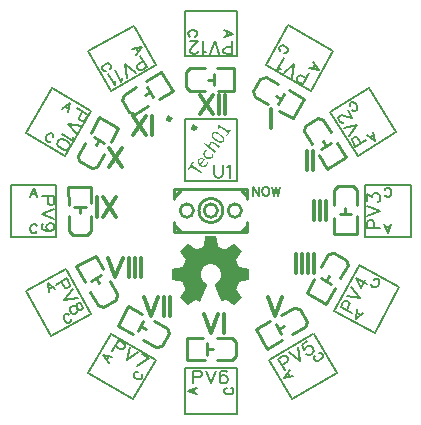
<source format=gto>
G04 Layer: TopSilkscreenLayer*
G04 EasyEDA v6.5.42, 2024-04-15 10:04:03*
G04 35ccfcd0ecce4f4f936ce021b9bc61d8,ed70181f279245e6aff80281ee7dc86a,10*
G04 Gerber Generator version 0.2*
G04 Scale: 100 percent, Rotated: No, Reflected: No *
G04 Dimensions in millimeters *
G04 leading zeros omitted , absolute positions ,4 integer and 5 decimal *
%FSLAX45Y45*%
%MOMM*%

%ADD10C,0.1524*%
%ADD11C,0.3000*%
%ADD12C,0.2540*%
%ADD13C,0.1520*%

%LPD*%
G36*
X3552342Y3950665D02*
G01*
X3552342Y3940860D01*
X3550107Y3940301D01*
X3549599Y3938574D01*
X3549548Y3926890D01*
X3547313Y3926281D01*
X3546805Y3924604D01*
X3546754Y3910025D01*
X3545027Y3910025D01*
X3543960Y3908958D01*
X3543960Y3898290D01*
X3542385Y3897629D01*
X3541318Y3895496D01*
X3541064Y3882034D01*
X3538880Y3881475D01*
X3538423Y3879748D01*
X3538321Y3867505D01*
X3536797Y3866794D01*
X3535578Y3864711D01*
X3535527Y3862527D01*
X3528568Y3862171D01*
X3527501Y3861257D01*
X3527501Y3859631D01*
X3522624Y3859631D01*
X3521506Y3858514D01*
X3521506Y3856837D01*
X3516782Y3856786D01*
X3514090Y3856075D01*
X3513328Y3853992D01*
X3509467Y3853992D01*
X3507892Y3853586D01*
X3507435Y3851198D01*
X3502456Y3851148D01*
X3500323Y3849928D01*
X3499662Y3848404D01*
X3495801Y3848354D01*
X3494074Y3847846D01*
X3493515Y3845610D01*
X3488740Y3845610D01*
X3487928Y3844747D01*
X3487928Y3842816D01*
X3481781Y3842715D01*
X3480054Y3842258D01*
X3479495Y3840022D01*
X3476701Y3840022D01*
X3476701Y3841953D01*
X3475837Y3842816D01*
X3473551Y3842816D01*
X3473551Y3844493D01*
X3472586Y3845255D01*
X3468319Y3845712D01*
X3468319Y3847592D01*
X3467455Y3848404D01*
X3465525Y3848404D01*
X3464915Y3850640D01*
X3463239Y3851148D01*
X3459937Y3851198D01*
X3459734Y3853840D01*
X3457143Y3854043D01*
X3456736Y3856380D01*
X3455162Y3856786D01*
X3451504Y3856837D01*
X3451301Y3859428D01*
X3448659Y3859682D01*
X3448659Y3861308D01*
X3447592Y3862425D01*
X3443122Y3862425D01*
X3442919Y3865067D01*
X3440277Y3865270D01*
X3440277Y3866946D01*
X3439160Y3868013D01*
X3436924Y3868013D01*
X3436264Y3869537D01*
X3434130Y3870756D01*
X3431895Y3870807D01*
X3431895Y3872788D01*
X3431032Y3873601D01*
X3428746Y3873601D01*
X3428746Y3875278D01*
X3427780Y3876090D01*
X3423462Y3876548D01*
X3423462Y3878376D01*
X3422650Y3879240D01*
X3420313Y3879240D01*
X3420313Y3880916D01*
X3419348Y3881678D01*
X3415080Y3882136D01*
X3414877Y3884676D01*
X3412286Y3884879D01*
X3411677Y3887063D01*
X3410000Y3887571D01*
X3406444Y3887622D01*
X3405682Y3889705D01*
X3403854Y3890162D01*
X3402025Y3889705D01*
X3401263Y3887673D01*
X3398418Y3887470D01*
X3398215Y3884879D01*
X3395624Y3884676D01*
X3395421Y3882085D01*
X3392830Y3881882D01*
X3392627Y3879291D01*
X3390036Y3879037D01*
X3389833Y3876446D01*
X3387242Y3876243D01*
X3386988Y3873652D01*
X3384397Y3873449D01*
X3384194Y3870858D01*
X3381603Y3870655D01*
X3381400Y3868064D01*
X3378809Y3867861D01*
X3378606Y3865270D01*
X3376015Y3865067D01*
X3375812Y3862476D01*
X3373221Y3862222D01*
X3373018Y3859631D01*
X3370427Y3859428D01*
X3370173Y3856837D01*
X3367633Y3856634D01*
X3367379Y3854043D01*
X3364788Y3853840D01*
X3364585Y3851249D01*
X3361994Y3851046D01*
X3361791Y3848455D01*
X3359200Y3848252D01*
X3358997Y3845661D01*
X3356406Y3845407D01*
X3356203Y3842867D01*
X3353612Y3842613D01*
X3353409Y3840022D01*
X3350818Y3839819D01*
X3350564Y3837228D01*
X3347974Y3837025D01*
X3347770Y3834434D01*
X3345179Y3834231D01*
X3344976Y3831640D01*
X3342386Y3831437D01*
X3342182Y3828796D01*
X3340506Y3828796D01*
X3339439Y3827678D01*
X3339439Y3821226D01*
X3340252Y3820414D01*
X3342132Y3820414D01*
X3342589Y3816096D01*
X3343351Y3815130D01*
X3345027Y3815130D01*
X3345027Y3812844D01*
X3345840Y3811981D01*
X3347821Y3811981D01*
X3347821Y3809492D01*
X3348837Y3807104D01*
X3350615Y3806647D01*
X3350615Y3804665D01*
X3351733Y3803599D01*
X3353409Y3803599D01*
X3353612Y3800957D01*
X3356254Y3800754D01*
X3356254Y3796284D01*
X3357321Y3795166D01*
X3358997Y3795166D01*
X3359200Y3792575D01*
X3361842Y3792321D01*
X3361842Y3788714D01*
X3362248Y3787140D01*
X3364585Y3786682D01*
X3364788Y3784142D01*
X3367430Y3783939D01*
X3367481Y3780637D01*
X3367989Y3778910D01*
X3370224Y3778351D01*
X3370224Y3776421D01*
X3371087Y3775557D01*
X3372916Y3775557D01*
X3373374Y3771239D01*
X3374186Y3770325D01*
X3375863Y3770325D01*
X3375863Y3767988D01*
X3376676Y3767175D01*
X3378657Y3767175D01*
X3378708Y3764889D01*
X3379927Y3762806D01*
X3381451Y3762095D01*
X3381451Y3759606D01*
X3382264Y3758742D01*
X3384194Y3758742D01*
X3384397Y3756151D01*
X3387039Y3755898D01*
X3387039Y3747566D01*
X3385362Y3747566D01*
X3384245Y3746449D01*
X3384245Y3741978D01*
X3382010Y3741369D01*
X3381501Y3739692D01*
X3381451Y3735832D01*
X3379927Y3735120D01*
X3378708Y3733037D01*
X3378657Y3727958D01*
X3376929Y3727958D01*
X3375863Y3726840D01*
X3375863Y3722420D01*
X3373475Y3721963D01*
X3373069Y3720388D01*
X3373018Y3713937D01*
X3371087Y3713937D01*
X3370224Y3713073D01*
X3370224Y3708298D01*
X3368548Y3708298D01*
X3367430Y3707231D01*
X3367430Y3702761D01*
X3365195Y3702151D01*
X3364687Y3700424D01*
X3364636Y3696563D01*
X3363112Y3695903D01*
X3361893Y3693769D01*
X3361842Y3691585D01*
X3352088Y3691280D01*
X3350971Y3690365D01*
X3350971Y3688791D01*
X3336086Y3688537D01*
X3334512Y3687622D01*
X3334105Y3685946D01*
X3323132Y3685743D01*
X3321050Y3684676D01*
X3320338Y3683101D01*
X3307740Y3683101D01*
X3306165Y3682695D01*
X3305708Y3680358D01*
X3291281Y3680104D01*
X3289706Y3679240D01*
X3289249Y3677513D01*
X3279698Y3677513D01*
X3278124Y3677056D01*
X3277717Y3674719D01*
X3275533Y3674160D01*
X3275025Y3672433D01*
X3274974Y3586124D01*
X3276092Y3585057D01*
X3277717Y3585057D01*
X3277971Y3582415D01*
X3283661Y3582212D01*
X3284118Y3580536D01*
X3285642Y3579672D01*
X3300171Y3579368D01*
X3300780Y3577183D01*
X3302457Y3576726D01*
X3316935Y3576624D01*
X3317392Y3574287D01*
X3318916Y3573830D01*
X3331006Y3573830D01*
X3331565Y3571595D01*
X3333292Y3571087D01*
X3347821Y3571036D01*
X3347821Y3569360D01*
X3348939Y3568242D01*
X3359048Y3568242D01*
X3359048Y3566261D01*
X3359861Y3565448D01*
X3361842Y3565448D01*
X3361893Y3560368D01*
X3363112Y3558235D01*
X3364636Y3557574D01*
X3364636Y3552545D01*
X3365754Y3551428D01*
X3367430Y3551428D01*
X3367430Y3546703D01*
X3368192Y3544011D01*
X3370224Y3543198D01*
X3370224Y3539337D01*
X3370681Y3537762D01*
X3373018Y3537356D01*
X3373018Y3532682D01*
X3373780Y3529990D01*
X3375863Y3529228D01*
X3375863Y3525316D01*
X3376269Y3523792D01*
X3378657Y3523335D01*
X3378708Y3518306D01*
X3379927Y3516223D01*
X3381451Y3515563D01*
X3381451Y3511346D01*
X3381857Y3509772D01*
X3384245Y3509314D01*
X3384245Y3500628D01*
X3382568Y3500628D01*
X3381806Y3499713D01*
X3381349Y3495395D01*
X3379470Y3495395D01*
X3378657Y3494532D01*
X3378657Y3492601D01*
X3376371Y3492042D01*
X3375914Y3490315D01*
X3375863Y3487013D01*
X3373221Y3486810D01*
X3373018Y3484270D01*
X3370681Y3483813D01*
X3370224Y3482238D01*
X3370224Y3478631D01*
X3367633Y3478428D01*
X3367379Y3475786D01*
X3365754Y3475786D01*
X3364636Y3474669D01*
X3364636Y3472434D01*
X3363112Y3471773D01*
X3361893Y3469640D01*
X3361842Y3467354D01*
X3359861Y3467354D01*
X3359048Y3466541D01*
X3359048Y3464306D01*
X3357219Y3463848D01*
X3356254Y3461461D01*
X3356254Y3458972D01*
X3354273Y3458972D01*
X3353409Y3458108D01*
X3353409Y3455822D01*
X3351784Y3455822D01*
X3350971Y3454857D01*
X3350514Y3450590D01*
X3347974Y3450386D01*
X3347770Y3447796D01*
X3345586Y3447186D01*
X3345078Y3445510D01*
X3345027Y3442208D01*
X3342386Y3442004D01*
X3342182Y3439414D01*
X3339846Y3439007D01*
X3339439Y3437432D01*
X3339439Y3431794D01*
X3340252Y3430930D01*
X3342182Y3430930D01*
X3342386Y3428339D01*
X3344976Y3428136D01*
X3345179Y3425545D01*
X3347770Y3425291D01*
X3347974Y3422700D01*
X3350564Y3422497D01*
X3350818Y3419906D01*
X3353409Y3419703D01*
X3353612Y3417112D01*
X3356203Y3416909D01*
X3356406Y3414318D01*
X3358997Y3414115D01*
X3359200Y3411524D01*
X3361791Y3411321D01*
X3361994Y3408730D01*
X3364585Y3408476D01*
X3364788Y3405936D01*
X3367379Y3405682D01*
X3367633Y3403092D01*
X3370173Y3402888D01*
X3370427Y3400298D01*
X3373018Y3400094D01*
X3373221Y3397504D01*
X3375812Y3397300D01*
X3376015Y3394710D01*
X3378606Y3394506D01*
X3378809Y3391915D01*
X3381400Y3391712D01*
X3381603Y3389122D01*
X3384194Y3388868D01*
X3384397Y3386277D01*
X3386988Y3386074D01*
X3387242Y3383483D01*
X3389833Y3383279D01*
X3390036Y3380689D01*
X3392627Y3380486D01*
X3392830Y3377895D01*
X3395421Y3377692D01*
X3395624Y3375101D01*
X3398215Y3374898D01*
X3398418Y3372307D01*
X3401060Y3372053D01*
X3401060Y3370173D01*
X3401872Y3369310D01*
X3407206Y3369360D01*
X3408883Y3369868D01*
X3409492Y3372104D01*
X3411423Y3372104D01*
X3412286Y3372967D01*
X3412286Y3374898D01*
X3415588Y3374999D01*
X3417315Y3375456D01*
X3417874Y3377742D01*
X3419805Y3377742D01*
X3420668Y3378555D01*
X3420668Y3380536D01*
X3423158Y3380536D01*
X3425545Y3381501D01*
X3426002Y3383330D01*
X3428237Y3383330D01*
X3429050Y3384143D01*
X3429050Y3386074D01*
X3431692Y3386277D01*
X3431895Y3388918D01*
X3436620Y3388918D01*
X3437483Y3389782D01*
X3437483Y3391712D01*
X3439769Y3391763D01*
X3441852Y3392982D01*
X3442563Y3394557D01*
X3444798Y3394557D01*
X3445865Y3395624D01*
X3445865Y3397300D01*
X3448507Y3397504D01*
X3448710Y3400145D01*
X3452368Y3400145D01*
X3453942Y3400551D01*
X3454349Y3402888D01*
X3456940Y3403092D01*
X3457143Y3405733D01*
X3460394Y3405784D01*
X3462121Y3406292D01*
X3462731Y3408527D01*
X3464661Y3408527D01*
X3465474Y3409391D01*
X3465474Y3411220D01*
X3469792Y3411677D01*
X3470757Y3412490D01*
X3470757Y3414166D01*
X3474415Y3414166D01*
X3475126Y3412591D01*
X3477209Y3411372D01*
X3479698Y3411321D01*
X3480460Y3409289D01*
X3483203Y3408527D01*
X3485438Y3408527D01*
X3485438Y3406851D01*
X3486404Y3406089D01*
X3490671Y3405632D01*
X3491077Y3403346D01*
X3492652Y3402939D01*
X3496310Y3402939D01*
X3496310Y3401212D01*
X3497427Y3400145D01*
X3502253Y3400145D01*
X3502253Y3398520D01*
X3503117Y3397707D01*
X3506317Y3397707D01*
X3507181Y3398520D01*
X3507181Y3400145D01*
X3509467Y3400145D01*
X3510330Y3400958D01*
X3510330Y3405733D01*
X3512261Y3405733D01*
X3513124Y3406597D01*
X3513124Y3411270D01*
X3515512Y3411728D01*
X3515918Y3413251D01*
X3515918Y3419754D01*
X3517900Y3419754D01*
X3518712Y3420567D01*
X3518712Y3425342D01*
X3520440Y3425342D01*
X3521506Y3426460D01*
X3521506Y3431286D01*
X3523183Y3431286D01*
X3524097Y3432403D01*
X3524402Y3439363D01*
X3526282Y3439363D01*
X3527145Y3440176D01*
X3527145Y3444951D01*
X3529380Y3445510D01*
X3529888Y3447237D01*
X3529939Y3453384D01*
X3531920Y3453384D01*
X3532733Y3454196D01*
X3532733Y3458870D01*
X3535121Y3459327D01*
X3535527Y3460902D01*
X3535527Y3465118D01*
X3537051Y3465779D01*
X3538270Y3467912D01*
X3538321Y3472992D01*
X3540048Y3472992D01*
X3541115Y3474059D01*
X3541115Y3478580D01*
X3543401Y3479139D01*
X3543858Y3480866D01*
X3543960Y3486962D01*
X3545890Y3486962D01*
X3546754Y3487826D01*
X3546754Y3492500D01*
X3549142Y3492957D01*
X3549548Y3494532D01*
X3549548Y3500983D01*
X3551529Y3500983D01*
X3552342Y3501847D01*
X3552342Y3506622D01*
X3554069Y3506622D01*
X3555136Y3507689D01*
X3555136Y3512565D01*
X3556812Y3512565D01*
X3557727Y3513632D01*
X3558032Y3520592D01*
X3559911Y3520592D01*
X3560775Y3521456D01*
X3560775Y3526129D01*
X3563112Y3526586D01*
X3563569Y3528161D01*
X3563569Y3534613D01*
X3565499Y3534613D01*
X3566363Y3535476D01*
X3566363Y3540912D01*
X3567277Y3540912D01*
X3568446Y3542182D01*
X3568446Y3543960D01*
X3567176Y3545128D01*
X3566363Y3545128D01*
X3566363Y3547770D01*
X3565499Y3548634D01*
X3563213Y3548634D01*
X3563213Y3550310D01*
X3562248Y3551072D01*
X3557930Y3551529D01*
X3557930Y3553409D01*
X3557117Y3554222D01*
X3554780Y3554222D01*
X3554780Y3555898D01*
X3553866Y3556660D01*
X3549599Y3557117D01*
X3549345Y3559657D01*
X3546754Y3559860D01*
X3546754Y3561537D01*
X3545636Y3562654D01*
X3543960Y3562654D01*
X3543401Y3564890D01*
X3540810Y3565499D01*
X3540810Y3567023D01*
X3539947Y3567887D01*
X3538372Y3567887D01*
X3537356Y3570325D01*
X3535629Y3570732D01*
X3535172Y3573475D01*
X3532733Y3573932D01*
X3532733Y3575558D01*
X3531615Y3576624D01*
X3529990Y3576624D01*
X3529736Y3579266D01*
X3527145Y3579469D01*
X3527145Y3583127D01*
X3526688Y3584701D01*
X3524402Y3585108D01*
X3523996Y3589375D01*
X3523183Y3590290D01*
X3521506Y3590290D01*
X3521456Y3593998D01*
X3520998Y3595674D01*
X3518712Y3596284D01*
X3518712Y3601008D01*
X3517900Y3601872D01*
X3516020Y3601872D01*
X3515715Y3613607D01*
X3514851Y3615182D01*
X3513124Y3615588D01*
X3513124Y3643884D01*
X3515360Y3644442D01*
X3515868Y3646170D01*
X3515918Y3655009D01*
X3518306Y3655466D01*
X3518712Y3657041D01*
X3518712Y3661206D01*
X3520236Y3661918D01*
X3521456Y3664000D01*
X3521506Y3669080D01*
X3523487Y3669080D01*
X3524351Y3669944D01*
X3524351Y3672433D01*
X3525875Y3673144D01*
X3527094Y3675227D01*
X3527145Y3677513D01*
X3528822Y3677513D01*
X3529939Y3678631D01*
X3529939Y3680561D01*
X3531717Y3681018D01*
X3532733Y3683457D01*
X3532733Y3685844D01*
X3535375Y3686098D01*
X3535578Y3688689D01*
X3538169Y3688892D01*
X3538372Y3691483D01*
X3540963Y3691686D01*
X3541166Y3694277D01*
X3543757Y3694480D01*
X3544011Y3697122D01*
X3547262Y3697173D01*
X3548989Y3697681D01*
X3549548Y3699916D01*
X3551529Y3699916D01*
X3552342Y3700779D01*
X3552342Y3702710D01*
X3555695Y3702812D01*
X3557371Y3703269D01*
X3557981Y3705504D01*
X3561283Y3705606D01*
X3563010Y3706063D01*
X3563569Y3708298D01*
X3567226Y3708349D01*
X3568801Y3708755D01*
X3569258Y3711143D01*
X3575659Y3711143D01*
X3577183Y3711549D01*
X3577640Y3713835D01*
X3593896Y3714191D01*
X3595928Y3715156D01*
X3596640Y3716731D01*
X3603040Y3716731D01*
X3603498Y3715004D01*
X3604920Y3714242D01*
X3622344Y3713835D01*
X3622751Y3711549D01*
X3624326Y3711143D01*
X3630777Y3711143D01*
X3630777Y3709415D01*
X3631895Y3708298D01*
X3636365Y3708298D01*
X3636975Y3706063D01*
X3638702Y3705606D01*
X3641902Y3705504D01*
X3642360Y3703167D01*
X3643934Y3702710D01*
X3647541Y3702710D01*
X3647795Y3700068D01*
X3650335Y3699865D01*
X3650792Y3697528D01*
X3652316Y3697122D01*
X3653739Y3697122D01*
X3654450Y3695598D01*
X3656533Y3694379D01*
X3658768Y3694328D01*
X3658971Y3691686D01*
X3661562Y3691483D01*
X3661765Y3688892D01*
X3664356Y3688689D01*
X3664610Y3686098D01*
X3667201Y3685844D01*
X3667302Y3682593D01*
X3667760Y3680866D01*
X3669995Y3680307D01*
X3669995Y3678326D01*
X3670858Y3677513D01*
X3672738Y3677513D01*
X3673195Y3673195D01*
X3673957Y3672230D01*
X3675583Y3672230D01*
X3675786Y3669284D01*
X3678428Y3669080D01*
X3678428Y3664356D01*
X3679190Y3661664D01*
X3681171Y3660901D01*
X3681425Y3655618D01*
X3682441Y3653536D01*
X3684015Y3652824D01*
X3684015Y3645814D01*
X3684473Y3644239D01*
X3686810Y3643782D01*
X3686810Y3613048D01*
X3685133Y3613048D01*
X3684015Y3611981D01*
X3684015Y3604463D01*
X3681984Y3603701D01*
X3681222Y3601008D01*
X3681222Y3596335D01*
X3678834Y3595878D01*
X3678428Y3594354D01*
X3678428Y3590645D01*
X3676192Y3590086D01*
X3675684Y3588359D01*
X3675634Y3585057D01*
X3673906Y3585057D01*
X3672840Y3583940D01*
X3672840Y3579469D01*
X3670198Y3579266D01*
X3669995Y3576624D01*
X3668064Y3576624D01*
X3667201Y3575812D01*
X3667201Y3573932D01*
X3664813Y3573475D01*
X3664356Y3571036D01*
X3662172Y3570478D01*
X3661613Y3568242D01*
X3659378Y3567684D01*
X3658819Y3565499D01*
X3656380Y3565042D01*
X3655923Y3562654D01*
X3654044Y3562654D01*
X3653231Y3561791D01*
X3653231Y3559860D01*
X3650589Y3559657D01*
X3650386Y3557015D01*
X3647084Y3556965D01*
X3645357Y3556457D01*
X3644798Y3554222D01*
X3642868Y3554222D01*
X3642004Y3553409D01*
X3642004Y3551428D01*
X3638702Y3551377D01*
X3636975Y3550869D01*
X3636365Y3548634D01*
X3634384Y3548634D01*
X3633520Y3547618D01*
X3633774Y3533343D01*
X3634740Y3532174D01*
X3636416Y3532174D01*
X3636416Y3527298D01*
X3637483Y3526231D01*
X3639210Y3526231D01*
X3639261Y3521151D01*
X3640480Y3519017D01*
X3642004Y3518357D01*
X3642055Y3514496D01*
X3642563Y3512769D01*
X3644798Y3512210D01*
X3644798Y3507435D01*
X3645662Y3506622D01*
X3647490Y3506622D01*
X3647846Y3499612D01*
X3648760Y3498545D01*
X3650386Y3498545D01*
X3650386Y3493668D01*
X3651504Y3492601D01*
X3653231Y3492601D01*
X3653231Y3487877D01*
X3653942Y3485134D01*
X3656025Y3484372D01*
X3656076Y3480866D01*
X3656584Y3479139D01*
X3658819Y3478580D01*
X3658819Y3473805D01*
X3659632Y3472992D01*
X3661613Y3472992D01*
X3661664Y3466846D01*
X3662172Y3465118D01*
X3664407Y3464560D01*
X3664407Y3460089D01*
X3665524Y3458972D01*
X3667150Y3458972D01*
X3667455Y3452012D01*
X3668369Y3450894D01*
X3669995Y3450894D01*
X3670046Y3446881D01*
X3670452Y3445306D01*
X3672840Y3444900D01*
X3672890Y3439871D01*
X3674110Y3437788D01*
X3675634Y3437077D01*
X3675684Y3433216D01*
X3676192Y3431540D01*
X3678428Y3430930D01*
X3678428Y3426206D01*
X3679291Y3425342D01*
X3681120Y3425342D01*
X3681476Y3418382D01*
X3682390Y3417315D01*
X3684015Y3417315D01*
X3684015Y3412439D01*
X3685133Y3411321D01*
X3686810Y3411321D01*
X3686860Y3406241D01*
X3688079Y3404158D01*
X3689604Y3403498D01*
X3689807Y3400298D01*
X3692804Y3400094D01*
X3692804Y3398520D01*
X3693617Y3397707D01*
X3696868Y3397707D01*
X3697681Y3398520D01*
X3697681Y3400145D01*
X3701694Y3400145D01*
X3703269Y3400551D01*
X3703726Y3402939D01*
X3706977Y3402990D01*
X3708704Y3403498D01*
X3709263Y3405632D01*
X3713530Y3406089D01*
X3714496Y3406851D01*
X3714496Y3408527D01*
X3716782Y3408527D01*
X3719474Y3409289D01*
X3720236Y3411321D01*
X3723081Y3411524D01*
X3723284Y3414166D01*
X3728821Y3414166D01*
X3729431Y3411880D01*
X3731158Y3411423D01*
X3734409Y3411321D01*
X3734612Y3408730D01*
X3737254Y3408476D01*
X3737813Y3406292D01*
X3739540Y3405784D01*
X3742842Y3405733D01*
X3743045Y3403092D01*
X3745687Y3402888D01*
X3745687Y3401212D01*
X3746754Y3400145D01*
X3751224Y3400145D01*
X3751427Y3397504D01*
X3754069Y3397300D01*
X3754069Y3395370D01*
X3754932Y3394557D01*
X3757422Y3394557D01*
X3758082Y3392982D01*
X3760215Y3391763D01*
X3762451Y3391712D01*
X3762451Y3389782D01*
X3763314Y3388918D01*
X3765804Y3388918D01*
X3766515Y3387394D01*
X3768598Y3386175D01*
X3770884Y3386124D01*
X3770884Y3384143D01*
X3771747Y3383330D01*
X3774033Y3383330D01*
X3774033Y3381654D01*
X3774998Y3380892D01*
X3779265Y3380435D01*
X3779469Y3377895D01*
X3782060Y3377692D01*
X3782669Y3375456D01*
X3784346Y3374999D01*
X3787648Y3374898D01*
X3787851Y3372307D01*
X3790442Y3372104D01*
X3790848Y3369767D01*
X3792423Y3369310D01*
X3797808Y3369310D01*
X3798925Y3370427D01*
X3798925Y3372053D01*
X3801516Y3372307D01*
X3801719Y3374898D01*
X3804310Y3375101D01*
X3804564Y3377692D01*
X3807104Y3377895D01*
X3807358Y3380486D01*
X3809949Y3380689D01*
X3810152Y3383279D01*
X3812743Y3383483D01*
X3812946Y3386074D01*
X3815537Y3386277D01*
X3815740Y3388868D01*
X3818331Y3389122D01*
X3818534Y3391712D01*
X3821125Y3391915D01*
X3821379Y3394506D01*
X3823919Y3394710D01*
X3824173Y3397300D01*
X3826764Y3397504D01*
X3826967Y3400094D01*
X3829558Y3400298D01*
X3829761Y3402888D01*
X3832351Y3403092D01*
X3832555Y3405682D01*
X3835146Y3405936D01*
X3835349Y3408476D01*
X3837940Y3408730D01*
X3838143Y3411321D01*
X3840734Y3411524D01*
X3840987Y3414115D01*
X3843528Y3414318D01*
X3843782Y3416909D01*
X3846372Y3417112D01*
X3846576Y3419703D01*
X3849166Y3419906D01*
X3849370Y3422497D01*
X3851960Y3422700D01*
X3852164Y3425291D01*
X3854754Y3425545D01*
X3854958Y3428136D01*
X3857548Y3428339D01*
X3857802Y3430930D01*
X3859682Y3430930D01*
X3860546Y3431794D01*
X3860444Y3437077D01*
X3859987Y3438804D01*
X3857751Y3439363D01*
X3857751Y3441344D01*
X3856888Y3442157D01*
X3854958Y3442157D01*
X3854856Y3445510D01*
X3854399Y3447186D01*
X3852113Y3447796D01*
X3852113Y3449726D01*
X3851300Y3450590D01*
X3849420Y3450590D01*
X3848963Y3454857D01*
X3848201Y3455822D01*
X3846525Y3455822D01*
X3846525Y3458108D01*
X3845712Y3458972D01*
X3843731Y3458972D01*
X3843680Y3461258D01*
X3842461Y3463340D01*
X3840937Y3464051D01*
X3840937Y3466287D01*
X3839819Y3467354D01*
X3838143Y3467354D01*
X3837940Y3469995D01*
X3835298Y3470198D01*
X3835298Y3473856D01*
X3834892Y3475431D01*
X3832555Y3475837D01*
X3832351Y3478428D01*
X3829710Y3478631D01*
X3829710Y3482238D01*
X3829304Y3483813D01*
X3826916Y3484270D01*
X3826916Y3486150D01*
X3826052Y3486962D01*
X3824122Y3486962D01*
X3824020Y3490315D01*
X3823563Y3492042D01*
X3821328Y3492601D01*
X3821328Y3494532D01*
X3820464Y3495395D01*
X3818534Y3495395D01*
X3818483Y3497681D01*
X3817264Y3499764D01*
X3815740Y3500475D01*
X3815537Y3503980D01*
X3815740Y3509416D01*
X3817975Y3509975D01*
X3818432Y3511702D01*
X3818534Y3517798D01*
X3820464Y3517798D01*
X3821328Y3518662D01*
X3821328Y3523386D01*
X3823563Y3523996D01*
X3824020Y3525672D01*
X3824122Y3531819D01*
X3826052Y3531819D01*
X3826916Y3532682D01*
X3826916Y3537356D01*
X3829304Y3537762D01*
X3829710Y3539337D01*
X3829710Y3545840D01*
X3831691Y3545840D01*
X3832504Y3546652D01*
X3832504Y3551326D01*
X3834892Y3551783D01*
X3835298Y3553358D01*
X3835298Y3559810D01*
X3837279Y3559810D01*
X3838143Y3560673D01*
X3838143Y3565448D01*
X3840073Y3565448D01*
X3840937Y3566261D01*
X3840937Y3568242D01*
X3851046Y3568242D01*
X3852113Y3569360D01*
X3852113Y3571036D01*
X3866642Y3571087D01*
X3868369Y3571595D01*
X3868978Y3573830D01*
X3880662Y3573932D01*
X3882390Y3574389D01*
X3882948Y3576574D01*
X3898239Y3576828D01*
X3899408Y3577793D01*
X3899408Y3579368D01*
X3913225Y3579672D01*
X3915359Y3580688D01*
X3916019Y3582263D01*
X3921353Y3582263D01*
X3922166Y3583076D01*
X3922166Y3584956D01*
X3924604Y3585413D01*
X3925011Y3587699D01*
X3924808Y3673195D01*
X3923842Y3674364D01*
X3922268Y3674364D01*
X3921607Y3676954D01*
X3919880Y3677412D01*
X3910685Y3677513D01*
X3910279Y3679240D01*
X3908704Y3680104D01*
X3894226Y3680409D01*
X3893769Y3682695D01*
X3892245Y3683101D01*
X3877360Y3683101D01*
X3877360Y3684828D01*
X3876243Y3685895D01*
X3865879Y3685895D01*
X3865422Y3687622D01*
X3863848Y3688486D01*
X3849115Y3688791D01*
X3848354Y3690772D01*
X3845661Y3691534D01*
X3838143Y3691534D01*
X3837940Y3694125D01*
X3835400Y3694328D01*
X3835095Y3701287D01*
X3834180Y3702354D01*
X3832504Y3702354D01*
X3832504Y3706418D01*
X3832098Y3707942D01*
X3829710Y3708400D01*
X3829710Y3713073D01*
X3828897Y3713937D01*
X3826916Y3713937D01*
X3826916Y3718661D01*
X3826154Y3721354D01*
X3824122Y3722115D01*
X3824122Y3726840D01*
X3823004Y3727958D01*
X3821328Y3727958D01*
X3821328Y3732682D01*
X3820464Y3733546D01*
X3818534Y3733546D01*
X3818534Y3738270D01*
X3817772Y3740962D01*
X3815689Y3741724D01*
X3815689Y3745636D01*
X3815283Y3747160D01*
X3812895Y3747617D01*
X3812895Y3755898D01*
X3815537Y3756151D01*
X3815740Y3758742D01*
X3817416Y3758742D01*
X3818534Y3759860D01*
X3818534Y3764330D01*
X3821125Y3764534D01*
X3821379Y3767175D01*
X3823258Y3767175D01*
X3824122Y3767988D01*
X3824122Y3770477D01*
X3825646Y3771188D01*
X3826865Y3773271D01*
X3826916Y3775557D01*
X3828897Y3775557D01*
X3829710Y3776421D01*
X3829710Y3778656D01*
X3831539Y3779113D01*
X3832504Y3781501D01*
X3832504Y3783990D01*
X3834485Y3783990D01*
X3835298Y3784803D01*
X3835298Y3786733D01*
X3837584Y3787343D01*
X3838041Y3789070D01*
X3838143Y3792321D01*
X3840734Y3792575D01*
X3840987Y3795115D01*
X3843274Y3795522D01*
X3843731Y3797096D01*
X3843731Y3800754D01*
X3846372Y3800957D01*
X3846576Y3803599D01*
X3848252Y3803599D01*
X3849319Y3804665D01*
X3849319Y3809136D01*
X3851960Y3809339D01*
X3852164Y3811981D01*
X3853840Y3811981D01*
X3854958Y3813098D01*
X3854958Y3815079D01*
X3856736Y3815537D01*
X3857751Y3817924D01*
X3857751Y3820414D01*
X3859428Y3820414D01*
X3860546Y3821480D01*
X3860546Y3826865D01*
X3860088Y3828440D01*
X3857751Y3828846D01*
X3857548Y3831437D01*
X3854958Y3831640D01*
X3854754Y3834231D01*
X3852164Y3834434D01*
X3851960Y3837025D01*
X3849370Y3837228D01*
X3849166Y3839819D01*
X3846576Y3840022D01*
X3846372Y3842613D01*
X3843782Y3842867D01*
X3843528Y3845407D01*
X3840937Y3845661D01*
X3840937Y3847592D01*
X3840073Y3848404D01*
X3838143Y3848404D01*
X3837940Y3851046D01*
X3835298Y3851249D01*
X3835298Y3853179D01*
X3834485Y3853992D01*
X3832504Y3853992D01*
X3832504Y3855974D01*
X3831691Y3856837D01*
X3829710Y3856837D01*
X3829710Y3858768D01*
X3828897Y3859631D01*
X3826916Y3859631D01*
X3826916Y3861562D01*
X3826052Y3862425D01*
X3824122Y3862425D01*
X3824122Y3864356D01*
X3823258Y3865219D01*
X3821328Y3865219D01*
X3821328Y3867200D01*
X3820464Y3868013D01*
X3818534Y3868013D01*
X3818534Y3869994D01*
X3817670Y3870807D01*
X3815689Y3870807D01*
X3815689Y3872788D01*
X3814876Y3873601D01*
X3812895Y3873601D01*
X3812895Y3875582D01*
X3812082Y3876446D01*
X3810101Y3876446D01*
X3810101Y3878376D01*
X3809288Y3879240D01*
X3807307Y3879240D01*
X3807307Y3881170D01*
X3806444Y3882034D01*
X3804513Y3882034D01*
X3804513Y3884015D01*
X3803650Y3884828D01*
X3801719Y3884828D01*
X3801719Y3886809D01*
X3800856Y3887622D01*
X3798722Y3887622D01*
X3797909Y3889705D01*
X3796080Y3890162D01*
X3794251Y3889705D01*
X3793490Y3887622D01*
X3789629Y3887622D01*
X3788054Y3887215D01*
X3787597Y3884879D01*
X3785057Y3884676D01*
X3784854Y3882034D01*
X3781551Y3881983D01*
X3779875Y3881475D01*
X3779265Y3879240D01*
X3777335Y3879240D01*
X3776472Y3878376D01*
X3776472Y3876548D01*
X3772204Y3876090D01*
X3771239Y3875278D01*
X3771239Y3873601D01*
X3768902Y3873601D01*
X3768090Y3872788D01*
X3768090Y3870909D01*
X3763772Y3870451D01*
X3762806Y3869690D01*
X3762806Y3868013D01*
X3760520Y3868013D01*
X3759657Y3867200D01*
X3759657Y3865219D01*
X3757218Y3865219D01*
X3754780Y3864203D01*
X3754323Y3862425D01*
X3752392Y3862425D01*
X3751275Y3861308D01*
X3751275Y3859682D01*
X3748633Y3859428D01*
X3748430Y3856837D01*
X3743960Y3856837D01*
X3742842Y3855720D01*
X3742842Y3854043D01*
X3740251Y3853840D01*
X3739997Y3851198D01*
X3736390Y3851198D01*
X3734815Y3850792D01*
X3734409Y3848455D01*
X3731818Y3848252D01*
X3731615Y3845610D01*
X3728313Y3845560D01*
X3726637Y3845051D01*
X3726027Y3842816D01*
X3724097Y3842816D01*
X3723233Y3841953D01*
X3723233Y3840022D01*
X3720084Y3840022D01*
X3720084Y3841648D01*
X3719017Y3842562D01*
X3712057Y3842918D01*
X3712057Y3844747D01*
X3711194Y3845610D01*
X3706469Y3845610D01*
X3705860Y3847846D01*
X3704183Y3848354D01*
X3698036Y3848404D01*
X3698036Y3850386D01*
X3697224Y3851198D01*
X3692448Y3851198D01*
X3691890Y3853484D01*
X3690162Y3853942D01*
X3686657Y3853992D01*
X3685844Y3856075D01*
X3683152Y3856786D01*
X3678428Y3856837D01*
X3678428Y3858514D01*
X3677310Y3859631D01*
X3672281Y3859631D01*
X3671620Y3861155D01*
X3669487Y3862374D01*
X3664458Y3862425D01*
X3664254Y3865067D01*
X3661664Y3865270D01*
X3661410Y3879748D01*
X3660546Y3881323D01*
X3658819Y3881780D01*
X3658768Y3892346D01*
X3657600Y3894836D01*
X3656076Y3895496D01*
X3655822Y3909517D01*
X3654806Y3911600D01*
X3653231Y3912311D01*
X3653231Y3922979D01*
X3652113Y3924046D01*
X3650386Y3924046D01*
X3650335Y3938574D01*
X3649878Y3940301D01*
X3647592Y3940860D01*
X3647592Y3948480D01*
X3647186Y3950665D01*
G37*
G36*
X3668522Y4898288D02*
G01*
X3663187Y4890668D01*
X3662527Y4885436D01*
X3661257Y4880000D01*
X3659276Y4874158D01*
X3656584Y4867808D01*
X3663187Y4863236D01*
X3674364Y4879238D01*
X3744468Y4830216D01*
X3729990Y4809642D01*
X3738626Y4803800D01*
X3772915Y4853076D01*
X3764534Y4858918D01*
X3751579Y4840376D01*
G37*
G36*
X3639769Y4835753D02*
G01*
X3634384Y4835652D01*
X3629406Y4834788D01*
X3624884Y4833112D01*
X3620820Y4830673D01*
X3617163Y4827524D01*
X3613912Y4823612D01*
X3611321Y4819192D01*
X3609492Y4814620D01*
X3608578Y4809896D01*
X3608565Y4808677D01*
X3619144Y4808677D01*
X3619906Y4813452D01*
X3622040Y4817770D01*
X3625342Y4821224D01*
X3629558Y4823460D01*
X3634587Y4824526D01*
X3640582Y4824222D01*
X3647440Y4822596D01*
X3655161Y4819497D01*
X3663797Y4814824D01*
X3673348Y4808626D01*
X3682644Y4801616D01*
X3690061Y4794961D01*
X3695750Y4788662D01*
X3699764Y4782769D01*
X3702151Y4777181D01*
X3703015Y4772101D01*
X3702354Y4767376D01*
X3700272Y4763160D01*
X3698189Y4760671D01*
X3695649Y4758740D01*
X3692702Y4757318D01*
X3689400Y4756505D01*
X3685641Y4756251D01*
X3681476Y4756607D01*
X3676904Y4757572D01*
X3671925Y4759198D01*
X3666540Y4761534D01*
X3660749Y4764481D01*
X3654551Y4768138D01*
X3647948Y4772558D01*
X3638905Y4779365D01*
X3631590Y4785918D01*
X3626053Y4792116D01*
X3622141Y4798009D01*
X3619855Y4803546D01*
X3619144Y4808677D01*
X3608565Y4808677D01*
X3608527Y4805019D01*
X3609340Y4800041D01*
X3611067Y4794961D01*
X3613658Y4789728D01*
X3617264Y4784445D01*
X3621735Y4779060D01*
X3627221Y4773625D01*
X3633673Y4768138D01*
X3641090Y4762652D01*
X3648913Y4757521D01*
X3656380Y4753305D01*
X3663442Y4749952D01*
X3670147Y4747514D01*
X3676396Y4745888D01*
X3682288Y4745126D01*
X3687724Y4745177D01*
X3692753Y4746040D01*
X3697376Y4747717D01*
X3701491Y4750155D01*
X3705199Y4753356D01*
X3708400Y4757318D01*
X3710990Y4761687D01*
X3712718Y4766208D01*
X3713530Y4770932D01*
X3713530Y4775758D01*
X3712616Y4780788D01*
X3710787Y4785918D01*
X3708095Y4791151D01*
X3704437Y4796485D01*
X3699814Y4801920D01*
X3694277Y4807407D01*
X3687724Y4812944D01*
X3680206Y4818532D01*
X3672535Y4823612D01*
X3665220Y4827778D01*
X3658260Y4831029D01*
X3651707Y4833467D01*
X3645509Y4834991D01*
G37*
G36*
X3609543Y4752543D02*
G01*
X3604615Y4751679D01*
X3600094Y4749596D01*
X3595878Y4746244D01*
X3592068Y4741570D01*
X3588359Y4734458D01*
X3586734Y4726889D01*
X3586683Y4719066D01*
X3587496Y4711090D01*
X3573779Y4721250D01*
X3546094Y4740554D01*
X3538982Y4730394D01*
X3638550Y4660798D01*
X3645662Y4670958D01*
X3596132Y4705502D01*
X3594912Y4713732D01*
X3594760Y4720793D01*
X3595928Y4726889D01*
X3598672Y4732426D01*
X3604056Y4737709D01*
X3610406Y4739487D01*
X3617925Y4737811D01*
X3626865Y4732680D01*
X3668268Y4703470D01*
X3675634Y4713884D01*
X3632708Y4743856D01*
X3626408Y4747768D01*
X3620465Y4750511D01*
X3614826Y4752136D01*
G37*
G36*
X3565906Y4686960D02*
G01*
X3560064Y4685284D01*
X3554323Y4682642D01*
X3548837Y4678680D01*
X3543808Y4672990D01*
X3541166Y4668570D01*
X3539083Y4663948D01*
X3537661Y4659122D01*
X3536899Y4654194D01*
X3536848Y4649114D01*
X3537458Y4644085D01*
X3538778Y4639005D01*
X3540861Y4634077D01*
X3543655Y4629251D01*
X3547211Y4624578D01*
X3551580Y4620209D01*
X3556762Y4616094D01*
X3562350Y4612589D01*
X3567937Y4609896D01*
X3573424Y4607966D01*
X3578809Y4606848D01*
X3584092Y4606493D01*
X3589223Y4606798D01*
X3594100Y4607864D01*
X3598722Y4609592D01*
X3603091Y4611928D01*
X3607155Y4614926D01*
X3610864Y4618532D01*
X3614165Y4622698D01*
X3617823Y4629099D01*
X3620058Y4635957D01*
X3621024Y4643120D01*
X3620770Y4650384D01*
X3610864Y4650638D01*
X3611118Y4645355D01*
X3610508Y4639919D01*
X3608933Y4634534D01*
X3606292Y4629556D01*
X3602532Y4625187D01*
X3598164Y4621936D01*
X3593236Y4619853D01*
X3587902Y4618888D01*
X3582212Y4619091D01*
X3576320Y4620412D01*
X3570274Y4622901D01*
X3564128Y4626508D01*
X3558692Y4630928D01*
X3554374Y4635804D01*
X3551174Y4640986D01*
X3549091Y4646371D01*
X3548227Y4651806D01*
X3548481Y4657242D01*
X3550005Y4662474D01*
X3552698Y4667402D01*
X3556050Y4671060D01*
X3559860Y4673752D01*
X3564128Y4675682D01*
X3568700Y4677054D01*
G37*
G36*
X3516731Y4615992D02*
G01*
X3510432Y4614722D01*
X3504590Y4612030D01*
X3499256Y4607915D01*
X3494532Y4602378D01*
X3492144Y4598314D01*
X3490315Y4593996D01*
X3489096Y4589424D01*
X3488550Y4584039D01*
X3498850Y4584039D01*
X3499358Y4588560D01*
X3500678Y4592878D01*
X3502914Y4596790D01*
X3506012Y4600448D01*
X3509467Y4603140D01*
X3513277Y4604918D01*
X3517493Y4605731D01*
X3521964Y4605528D01*
X3526739Y4604308D01*
X3531717Y4602073D01*
X3536950Y4598822D01*
X3510534Y4561230D01*
X3506266Y4565497D01*
X3503015Y4570018D01*
X3500678Y4574641D01*
X3499307Y4579366D01*
X3498850Y4584039D01*
X3488550Y4584039D01*
X3488639Y4579772D01*
X3489401Y4574844D01*
X3490823Y4569917D01*
X3492957Y4565040D01*
X3495801Y4560316D01*
X3499358Y4555794D01*
X3503676Y4551476D01*
X3508756Y4547514D01*
X3514394Y4544060D01*
X3519982Y4541418D01*
X3525520Y4539640D01*
X3530955Y4538573D01*
X3536289Y4538268D01*
X3541471Y4538675D01*
X3546398Y4539792D01*
X3551123Y4541520D01*
X3555542Y4543958D01*
X3559606Y4546955D01*
X3563365Y4550511D01*
X3566668Y4554626D01*
X3570630Y4561636D01*
X3573221Y4568444D01*
X3574643Y4575098D01*
X3575304Y4581550D01*
X3565906Y4582566D01*
X3565448Y4577130D01*
X3564229Y4571847D01*
X3562248Y4566716D01*
X3559301Y4561738D01*
X3555492Y4557217D01*
X3551123Y4553762D01*
X3546246Y4551426D01*
X3541014Y4550156D01*
X3535527Y4550003D01*
X3529837Y4550968D01*
X3523996Y4553000D01*
X3518154Y4556150D01*
X3550412Y4602124D01*
X3547872Y4604512D01*
X3544570Y4606950D01*
X3537356Y4611319D01*
X3530295Y4614265D01*
X3523335Y4615840D01*
G37*
G36*
X3450082Y4586376D02*
G01*
X3403854Y4520082D01*
X3412490Y4513986D01*
X3432048Y4541926D01*
X3514598Y4484014D01*
X3521964Y4494428D01*
X3439414Y4552340D01*
X3458972Y4580280D01*
G37*
D10*
X3960113Y4370831D02*
G01*
X3960113Y4294378D01*
X3960113Y4370831D02*
G01*
X4010913Y4294378D01*
X4010913Y4370831D02*
G01*
X4010913Y4294378D01*
X4056634Y4370831D02*
G01*
X4049522Y4367021D01*
X4042156Y4359910D01*
X4038600Y4352544D01*
X4034790Y4341621D01*
X4034790Y4323334D01*
X4038600Y4312412D01*
X4042156Y4305300D01*
X4049522Y4297934D01*
X4056634Y4294378D01*
X4071365Y4294378D01*
X4078477Y4297934D01*
X4085843Y4305300D01*
X4089400Y4312412D01*
X4092956Y4323334D01*
X4092956Y4341621D01*
X4089400Y4352544D01*
X4085843Y4359910D01*
X4078477Y4367021D01*
X4071365Y4370831D01*
X4056634Y4370831D01*
X4117086Y4370831D02*
G01*
X4135374Y4294378D01*
X4153408Y4370831D02*
G01*
X4135374Y4294378D01*
X4153408Y4370831D02*
G01*
X4171695Y4294378D01*
X4189729Y4370831D02*
G01*
X4171695Y4294378D01*
X4380090Y5238495D02*
G01*
X4434700Y5333083D01*
X4380090Y5238495D02*
G01*
X4339615Y5261863D01*
X4328866Y5274228D01*
X4326785Y5281297D01*
X4327593Y5292854D01*
X4335467Y5306494D01*
X4345073Y5312971D01*
X4352234Y5314703D01*
X4368190Y5311355D01*
X4408665Y5287987D01*
X4287484Y5291962D02*
G01*
X4306018Y5407378D01*
X4215554Y5333492D02*
G01*
X4306018Y5407378D01*
X4196270Y5368673D02*
G01*
X4184713Y5369481D01*
X4163199Y5363718D01*
X4217809Y5458305D01*
X4513981Y5363024D02*
G01*
X4462373Y5426549D01*
X4513981Y5363024D02*
G01*
X4433290Y5376176D01*
X4479129Y5404261D02*
G01*
X4460968Y5372806D01*
X4220745Y5503397D02*
G01*
X4229028Y5503014D01*
X4238744Y5505617D01*
X4245726Y5510090D01*
X4252965Y5522628D01*
X4253349Y5530913D01*
X4250745Y5540629D01*
X4246272Y5547611D01*
X4238591Y5556150D01*
X4222752Y5565297D01*
X4211736Y5567547D01*
X4203453Y5567931D01*
X4193517Y5565454D01*
X4186753Y5560857D01*
X4179516Y5548320D01*
X4178914Y5540159D01*
X4181734Y5530316D01*
X4186209Y5523336D01*
X4824737Y4709396D02*
G01*
X4917361Y4767272D01*
X4824737Y4709396D02*
G01*
X4799972Y4749030D01*
X4796284Y4764996D01*
X4797765Y4772210D01*
X4803904Y4782037D01*
X4817043Y4790249D01*
X4828567Y4791458D01*
X4835918Y4789761D01*
X4848438Y4779314D01*
X4873203Y4739680D01*
X4768070Y4800081D02*
G01*
X4838621Y4893284D01*
X4724057Y4870518D02*
G01*
X4838621Y4893284D01*
X4725245Y4917983D02*
G01*
X4720722Y4915159D01*
X4709198Y4913947D01*
X4702065Y4915778D01*
X4692022Y4921783D01*
X4680986Y4939446D01*
X4680125Y4950889D01*
X4681606Y4958105D01*
X4687745Y4967932D01*
X4696576Y4973449D01*
X4708100Y4974661D01*
X4726759Y4974041D01*
X4798509Y4957475D01*
X4759881Y5019296D01*
X4989278Y4757376D02*
G01*
X4973535Y4837694D01*
X4989278Y4757376D02*
G01*
X4924209Y4806871D01*
X4977869Y4810150D02*
G01*
X4947064Y4790902D01*
X4796269Y5018984D02*
G01*
X4803404Y5014757D01*
X4813203Y5012494D01*
X4821471Y5013167D01*
X4833749Y5020838D01*
X4837976Y5027973D01*
X4840239Y5037772D01*
X4839566Y5046040D01*
X4836792Y5057185D01*
X4827102Y5072694D01*
X4818433Y5079857D01*
X4811298Y5084084D01*
X4801364Y5086563D01*
X4793234Y5085674D01*
X4780955Y5078003D01*
X4776591Y5071084D01*
X4774465Y5061069D01*
X4775136Y5052804D01*
X4924780Y4019880D02*
G01*
X5034000Y4019880D01*
X4924780Y4019880D02*
G01*
X4924780Y4066616D01*
X4930114Y4082110D01*
X4935194Y4087444D01*
X4945608Y4092524D01*
X4961102Y4092524D01*
X4971516Y4087444D01*
X4976850Y4082110D01*
X4981930Y4066616D01*
X4981930Y4019880D01*
X4924780Y4126814D02*
G01*
X5034000Y4168470D01*
X4924780Y4210126D02*
G01*
X5034000Y4168470D01*
X4924780Y4254576D02*
G01*
X4924780Y4311726D01*
X4966436Y4280738D01*
X4966436Y4296232D01*
X4971516Y4306646D01*
X4976850Y4311726D01*
X4992344Y4317060D01*
X5002758Y4317060D01*
X5018252Y4311726D01*
X5028666Y4301566D01*
X5034000Y4285818D01*
X5034000Y4270324D01*
X5028666Y4254576D01*
X5023586Y4249496D01*
X5013172Y4244416D01*
X5098087Y3979418D02*
G01*
X5127297Y4055871D01*
X5098087Y3979418D02*
G01*
X5069131Y4055871D01*
X5116375Y4030218D02*
G01*
X5080053Y4030218D01*
X5073035Y4303552D02*
G01*
X5076845Y4296186D01*
X5083957Y4289074D01*
X5091323Y4285264D01*
X5105801Y4285264D01*
X5113167Y4289074D01*
X5120279Y4296186D01*
X5124089Y4303552D01*
X5127645Y4314474D01*
X5127645Y4332762D01*
X5124089Y4343430D01*
X5120279Y4350796D01*
X5113167Y4358162D01*
X5105801Y4361718D01*
X5091323Y4361718D01*
X5083957Y4358162D01*
X5076845Y4350796D01*
X5073035Y4343430D01*
X4700318Y3352396D02*
G01*
X4796528Y3301237D01*
X4700318Y3352396D02*
G01*
X4722258Y3393660D01*
X4734018Y3404956D01*
X4741113Y3406937D01*
X4752812Y3406757D01*
X4766492Y3399485D01*
X4773183Y3389886D01*
X4775283Y3383015D01*
X4772718Y3366830D01*
X4750777Y3325566D01*
X4750518Y3446813D02*
G01*
X4866286Y3432436D01*
X4789512Y3520147D02*
G01*
X4866286Y3432436D01*
X4830056Y3596398D02*
G01*
X4869751Y3516320D01*
X4906360Y3585171D01*
X4830056Y3596398D02*
G01*
X4926269Y3545243D01*
X4828799Y3252835D02*
G01*
X4890482Y3306630D01*
X4828799Y3252835D02*
G01*
X4839124Y3333935D01*
X4868793Y3289104D02*
G01*
X4836723Y3306157D01*
X4958849Y3550793D02*
G01*
X4958755Y3542499D01*
X4961699Y3532880D01*
X4966413Y3526058D01*
X4979195Y3519263D01*
X4987488Y3519170D01*
X4997107Y3522108D01*
X5003929Y3526823D01*
X5012197Y3534796D01*
X5020782Y3550945D01*
X5022649Y3562035D01*
X5022743Y3570325D01*
X5019921Y3580168D01*
X5015090Y3586767D01*
X5002306Y3593564D01*
X4994130Y3593881D01*
X4984394Y3590719D01*
X4977574Y3586002D01*
X4171749Y2913522D02*
G01*
X4228000Y2819902D01*
X4171749Y2913522D02*
G01*
X4211810Y2937593D01*
X4227837Y2941002D01*
X4235025Y2939394D01*
X4244743Y2933085D01*
X4252724Y2919803D01*
X4253732Y2908259D01*
X4251909Y2900941D01*
X4241243Y2888607D01*
X4201182Y2864535D01*
X4263410Y2968597D02*
G01*
X4355368Y2896433D01*
X4334603Y3011375D02*
G01*
X4355368Y2896433D01*
X4417555Y3061218D02*
G01*
X4372922Y3034400D01*
X4392637Y2991723D01*
X4394377Y2998693D01*
X4405129Y3011378D01*
X4418408Y3019356D01*
X4434438Y3022765D01*
X4448728Y3019201D01*
X4461278Y3008668D01*
X4466643Y2999742D01*
X4470052Y2983712D01*
X4466488Y2969422D01*
X4455955Y2956872D01*
X4442673Y2948891D01*
X4426427Y2945353D01*
X4419457Y2947090D01*
X4409521Y2953270D01*
X4215665Y2753461D02*
G01*
X4296244Y2767799D01*
X4215665Y2753461D02*
G01*
X4266285Y2817657D01*
X4268630Y2763951D02*
G01*
X4249922Y2795084D01*
X4480600Y2941878D02*
G01*
X4476249Y2934817D01*
X4473816Y2925056D01*
X4474344Y2916783D01*
X4481802Y2904370D01*
X4488860Y2900019D01*
X4498619Y2897588D01*
X4506897Y2898114D01*
X4518088Y2900692D01*
X4533765Y2910111D01*
X4541078Y2918653D01*
X4545431Y2925714D01*
X4548078Y2935602D01*
X4547334Y2943748D01*
X4539879Y2956158D01*
X4533036Y2960641D01*
X4523059Y2962943D01*
X4514783Y2962414D01*
X3449929Y2815589D02*
G01*
X3449929Y2706370D01*
X3449929Y2815589D02*
G01*
X3496665Y2815589D01*
X3512159Y2810255D01*
X3517493Y2805176D01*
X3522573Y2794762D01*
X3522573Y2779013D01*
X3517493Y2768600D01*
X3512159Y2763520D01*
X3496665Y2758439D01*
X3449929Y2758439D01*
X3556863Y2815589D02*
G01*
X3598519Y2706370D01*
X3639921Y2815589D02*
G01*
X3598519Y2706370D01*
X3736695Y2799842D02*
G01*
X3731361Y2810255D01*
X3715867Y2815589D01*
X3705453Y2815589D01*
X3689959Y2810255D01*
X3679545Y2794762D01*
X3674211Y2768600D01*
X3674211Y2742692D01*
X3679545Y2721863D01*
X3689959Y2711450D01*
X3705453Y2706370D01*
X3710787Y2706370D01*
X3726281Y2711450D01*
X3736695Y2721863D01*
X3741775Y2737612D01*
X3741775Y2742692D01*
X3736695Y2758439D01*
X3726281Y2768600D01*
X3710787Y2773934D01*
X3705453Y2773934D01*
X3689959Y2768600D01*
X3679545Y2758439D01*
X3674211Y2742692D01*
X3409441Y2642054D02*
G01*
X3485895Y2612844D01*
X3409441Y2642054D02*
G01*
X3485895Y2671010D01*
X3460241Y2623766D02*
G01*
X3460241Y2660088D01*
X3733576Y2667106D02*
G01*
X3726210Y2663296D01*
X3719098Y2656184D01*
X3715288Y2648818D01*
X3715288Y2634340D01*
X3719098Y2626974D01*
X3726210Y2619862D01*
X3733576Y2616052D01*
X3744498Y2612496D01*
X3762786Y2612496D01*
X3773454Y2616052D01*
X3780820Y2619862D01*
X3788186Y2626974D01*
X3791742Y2634340D01*
X3791742Y2648818D01*
X3788186Y2656184D01*
X3780820Y2663296D01*
X3773454Y2667106D01*
X2819567Y3071164D02*
G01*
X2765084Y2976796D01*
X2819567Y3071164D02*
G01*
X2860042Y3047796D01*
X2870921Y3035650D01*
X2872874Y3028363D01*
X2872066Y3016803D01*
X2864319Y3003384D01*
X2854713Y2996907D01*
X2847553Y2995175D01*
X2831467Y2998302D01*
X2790992Y3021670D01*
X2912176Y3017697D02*
G01*
X2893768Y2902501D01*
X2984106Y2976168D02*
G01*
X2893768Y2902501D01*
X3076933Y2922574D02*
G01*
X2977357Y2854241D01*
X3013803Y2959023D02*
G01*
X3076933Y2922574D01*
X2685889Y2946844D02*
G01*
X2737497Y2883319D01*
X2685889Y2946844D02*
G01*
X2766580Y2933692D01*
X2720741Y2905607D02*
G01*
X2738902Y2937062D01*
X2979125Y2806471D02*
G01*
X2970842Y2806854D01*
X2961126Y2804251D01*
X2954144Y2799778D01*
X2946905Y2787241D01*
X2946521Y2778955D01*
X2949125Y2769240D01*
X2953598Y2762257D01*
X2961279Y2753718D01*
X2977118Y2744571D01*
X2988134Y2742321D01*
X2996417Y2741937D01*
X3006354Y2744414D01*
X3013118Y2749011D01*
X3020354Y2761548D01*
X3020956Y2769709D01*
X3018137Y2779552D01*
X3013661Y2786532D01*
X2380681Y3595598D02*
G01*
X2285154Y3542647D01*
X2380681Y3595598D02*
G01*
X2403337Y3554722D01*
X2406406Y3538707D01*
X2404328Y3531458D01*
X2397683Y3521966D01*
X2384130Y3514453D01*
X2372560Y3513848D01*
X2365308Y3515926D01*
X2353353Y3527016D01*
X2330696Y3567892D01*
X2432522Y3502073D02*
G01*
X2357193Y3412688D01*
X2472791Y3429429D02*
G01*
X2357193Y3412688D01*
X2502098Y3376556D02*
G01*
X2490020Y3387867D01*
X2478448Y3387260D01*
X2469342Y3382213D01*
X2462695Y3372721D01*
X2463078Y3361027D01*
X2468732Y3340346D01*
X2471580Y3324209D01*
X2467742Y3310176D01*
X2461219Y3300460D01*
X2447447Y3292825D01*
X2435753Y3292441D01*
X2428847Y3294423D01*
X2416545Y3305609D01*
X2406571Y3323605D01*
X2403602Y3339965D01*
X2405583Y3346871D01*
X2412105Y3356584D01*
X2425877Y3364219D01*
X2437571Y3364603D01*
X2451508Y3360420D01*
X2463685Y3349454D01*
X2478224Y3333701D01*
X2487940Y3327179D01*
X2499509Y3327783D01*
X2508618Y3332833D01*
X2515265Y3342325D01*
X2512072Y3358560D01*
X2502098Y3376556D01*
X2219251Y3557457D02*
G01*
X2230767Y3476429D01*
X2219251Y3557457D02*
G01*
X2281641Y3504628D01*
X2227884Y3504161D02*
G01*
X2259652Y3521770D01*
X2398306Y3286109D02*
G01*
X2391402Y3290704D01*
X2381732Y3293478D01*
X2373444Y3293237D01*
X2360780Y3286218D01*
X2356185Y3279315D01*
X2353414Y3269648D01*
X2353652Y3261357D01*
X2355837Y3250082D01*
X2364701Y3234085D01*
X2372984Y3226480D01*
X2379888Y3221883D01*
X2389680Y3218891D01*
X2397846Y3219350D01*
X2410508Y3226368D01*
X2415227Y3233051D01*
X2417876Y3242942D01*
X2417638Y3251230D01*
X2275509Y4289729D02*
G01*
X2166289Y4289729D01*
X2275509Y4289729D02*
G01*
X2275509Y4242993D01*
X2270175Y4227499D01*
X2265095Y4222419D01*
X2254681Y4217085D01*
X2239187Y4217085D01*
X2228773Y4222419D01*
X2223439Y4227499D01*
X2218359Y4242993D01*
X2218359Y4289729D01*
X2275509Y4182795D02*
G01*
X2166289Y4141139D01*
X2275509Y4099737D02*
G01*
X2166289Y4141139D01*
X2239187Y3997883D02*
G01*
X2223439Y4002963D01*
X2213025Y4013377D01*
X2207945Y4029125D01*
X2207945Y4034205D01*
X2213025Y4049699D01*
X2223439Y4060113D01*
X2239187Y4065447D01*
X2244267Y4065447D01*
X2260015Y4060113D01*
X2270175Y4049699D01*
X2275509Y4034205D01*
X2275509Y4029125D01*
X2270175Y4013377D01*
X2260015Y4002963D01*
X2239187Y3997883D01*
X2213025Y3997883D01*
X2187117Y4002963D01*
X2171623Y4013377D01*
X2166289Y4029125D01*
X2166289Y4039539D01*
X2171623Y4055033D01*
X2182037Y4060113D01*
X2102050Y4360418D02*
G01*
X2072840Y4283963D01*
X2102050Y4360418D02*
G01*
X2131006Y4283963D01*
X2083762Y4309618D02*
G01*
X2120084Y4309618D01*
X2127102Y4036283D02*
G01*
X2123292Y4043649D01*
X2116180Y4050761D01*
X2108814Y4054571D01*
X2094336Y4054571D01*
X2086970Y4050761D01*
X2079858Y4043649D01*
X2076048Y4036283D01*
X2072492Y4025361D01*
X2072492Y4007073D01*
X2076048Y3996405D01*
X2079858Y3989039D01*
X2086970Y3981673D01*
X2094336Y3978117D01*
X2108814Y3978117D01*
X2116180Y3981673D01*
X2123292Y3989039D01*
X2127102Y3996405D01*
X2561775Y4979603D02*
G01*
X2467188Y5034213D01*
X2561775Y4979603D02*
G01*
X2538407Y4939129D01*
X2526040Y4928379D01*
X2518973Y4926299D01*
X2507414Y4927107D01*
X2493995Y4934854D01*
X2487518Y4944460D01*
X2485565Y4951747D01*
X2488912Y4967704D01*
X2512280Y5008178D01*
X2508308Y4886998D02*
G01*
X2392893Y4905532D01*
X2466652Y4814846D02*
G01*
X2392893Y4905532D01*
X2431468Y4795565D02*
G01*
X2430787Y4784227D01*
X2436553Y4762713D01*
X2341966Y4817323D01*
X2403787Y4705962D02*
G01*
X2407041Y4722266D01*
X2398829Y4739032D01*
X2378933Y4756386D01*
X2365293Y4764260D01*
X2340317Y4772814D01*
X2321692Y4771542D01*
X2309200Y4760572D01*
X2304120Y4751773D01*
X2300864Y4735466D01*
X2309075Y4718702D01*
X2328971Y4701349D01*
X2342611Y4693475D01*
X2367587Y4684920D01*
X2386213Y4686190D01*
X2398707Y4697163D01*
X2403787Y4705962D01*
X2406840Y5083970D02*
G01*
X2343315Y5032362D01*
X2406840Y5083970D02*
G01*
X2393688Y5003279D01*
X2365603Y5049118D02*
G01*
X2397058Y5030957D01*
X2266467Y4790734D02*
G01*
X2266850Y4799017D01*
X2264247Y4808733D01*
X2259774Y4815715D01*
X2247237Y4822954D01*
X2238951Y4823338D01*
X2229236Y4820734D01*
X2222253Y4816261D01*
X2213714Y4808580D01*
X2204567Y4792741D01*
X2202317Y4781725D01*
X2201933Y4773442D01*
X2204410Y4763505D01*
X2209007Y4756741D01*
X2221544Y4749505D01*
X2229705Y4748903D01*
X2239548Y4751722D01*
X2246528Y4756198D01*
X3056615Y5383837D02*
G01*
X3003666Y5479364D01*
X3056615Y5383837D02*
G01*
X3015739Y5361178D01*
X2999727Y5358112D01*
X2992475Y5360189D01*
X2982983Y5366837D01*
X2975470Y5380385D01*
X2974865Y5391957D01*
X2976943Y5399209D01*
X2988033Y5411162D01*
X3028909Y5433821D01*
X2963092Y5331995D02*
G01*
X2873705Y5407324D01*
X2890222Y5291604D02*
G01*
X2873705Y5407324D01*
X2850134Y5293194D02*
G01*
X2843834Y5283606D01*
X2837576Y5262420D01*
X2784622Y5357944D01*
X2797487Y5264012D02*
G01*
X2790964Y5254297D01*
X2784924Y5233235D01*
X2731973Y5328762D01*
X3017453Y5550608D02*
G01*
X2936425Y5539092D01*
X3017453Y5550608D02*
G01*
X2964621Y5488218D01*
X2964157Y5541977D02*
G01*
X2981766Y5510207D01*
X2746105Y5371556D02*
G01*
X2750700Y5378457D01*
X2753474Y5388124D01*
X2753233Y5396417D01*
X2746214Y5409079D01*
X2739311Y5413674D01*
X2729644Y5416448D01*
X2721353Y5416207D01*
X2710078Y5414022D01*
X2694081Y5405158D01*
X2686476Y5396875D01*
X2681881Y5389971D01*
X2678884Y5380179D01*
X2679346Y5372013D01*
X2686364Y5359351D01*
X2693047Y5354632D01*
X2702938Y5351983D01*
X2711226Y5352221D01*
X3779824Y5494728D02*
G01*
X3779824Y5603948D01*
X3779824Y5494728D02*
G01*
X3733088Y5494728D01*
X3717594Y5499808D01*
X3712514Y5505142D01*
X3707180Y5515556D01*
X3707180Y5531050D01*
X3712514Y5541464D01*
X3717594Y5546798D01*
X3733088Y5551878D01*
X3779824Y5551878D01*
X3672890Y5494728D02*
G01*
X3631234Y5603948D01*
X3589832Y5494728D02*
G01*
X3631234Y5603948D01*
X3555542Y5515556D02*
G01*
X3545128Y5510222D01*
X3529634Y5494728D01*
X3529634Y5603948D01*
X3490010Y5520636D02*
G01*
X3490010Y5515556D01*
X3484930Y5505142D01*
X3479596Y5499808D01*
X3469182Y5494728D01*
X3448354Y5494728D01*
X3438194Y5499808D01*
X3432860Y5505142D01*
X3427780Y5515556D01*
X3427780Y5525970D01*
X3432860Y5536384D01*
X3443274Y5551878D01*
X3495344Y5603948D01*
X3422446Y5603948D01*
X3790492Y5668010D02*
G01*
X3714038Y5697220D01*
X3790492Y5668010D02*
G01*
X3714038Y5639054D01*
X3739692Y5686297D02*
G01*
X3739692Y5649976D01*
X3466358Y5642957D02*
G01*
X3473724Y5646767D01*
X3480836Y5653879D01*
X3484646Y5661245D01*
X3484646Y5675723D01*
X3480836Y5683089D01*
X3473724Y5690201D01*
X3466358Y5694011D01*
X3455436Y5697567D01*
X3437148Y5697567D01*
X3426480Y5694011D01*
X3419114Y5690201D01*
X3411748Y5683089D01*
X3408192Y5675723D01*
X3408192Y5661245D01*
X3411748Y5653879D01*
X3419114Y5646767D01*
X3426480Y5642957D01*
X3629913Y4555236D02*
G01*
X3629913Y4477512D01*
X3635247Y4461763D01*
X3645661Y4451350D01*
X3661156Y4446270D01*
X3671570Y4446270D01*
X3687063Y4451350D01*
X3697477Y4461763D01*
X3702811Y4477512D01*
X3702811Y4555236D01*
X3737102Y4534662D02*
G01*
X3747515Y4539742D01*
X3763009Y4555236D01*
X3763009Y4446270D01*
D11*
X2940050Y4971542D02*
G01*
X3048254Y4809236D01*
X3048254Y4971542D02*
G01*
X2940050Y4809236D01*
X3099054Y4971542D02*
G01*
X3099054Y4809236D01*
X4109890Y5031516D02*
G01*
X4109890Y4869210D01*
X4409940Y4671517D02*
G01*
X4409940Y4509211D01*
X4460994Y4671517D02*
G01*
X4460994Y4509211D01*
X4470118Y4251416D02*
G01*
X4470118Y4089364D01*
X4520918Y4251416D02*
G01*
X4520918Y4089364D01*
X4571972Y4251416D02*
G01*
X4571972Y4089364D01*
X4319991Y3801620D02*
G01*
X4319991Y3639314D01*
X4371045Y3801620D02*
G01*
X4371045Y3639314D01*
X4422099Y3801620D02*
G01*
X4422099Y3639314D01*
X4472899Y3801620D02*
G01*
X4472899Y3639314D01*
X4079991Y3441443D02*
G01*
X4141713Y3279391D01*
X4203689Y3441443D02*
G01*
X4141713Y3279391D01*
X3539997Y3291586D02*
G01*
X3601720Y3129279D01*
X3663695Y3291586D02*
G01*
X3601720Y3129279D01*
X3714750Y3291586D02*
G01*
X3714750Y3129279D01*
X3029943Y3441443D02*
G01*
X3091919Y3279391D01*
X3153641Y3441443D02*
G01*
X3091919Y3279391D01*
X3204695Y3441443D02*
G01*
X3204695Y3279391D01*
X3255749Y3441443D02*
G01*
X3255749Y3279391D01*
X2729969Y3771645D02*
G01*
X2791691Y3609339D01*
X2853667Y3771645D02*
G01*
X2791691Y3609339D01*
X2904721Y3771645D02*
G01*
X2904721Y3609339D01*
X2955521Y3771645D02*
G01*
X2955521Y3609339D01*
X3006575Y3771645D02*
G01*
X3006575Y3609339D01*
X2640075Y4281423D02*
G01*
X2640075Y4119371D01*
X2690875Y4281423D02*
G01*
X2799079Y4119371D01*
X2799079Y4281423D02*
G01*
X2690875Y4119371D01*
X2849918Y4538464D02*
G01*
X2741714Y4700770D01*
X2741714Y4538464D02*
G01*
X2849918Y4700770D01*
X3510018Y5151592D02*
G01*
X3618222Y4989286D01*
X3618222Y5151592D02*
G01*
X3510018Y4989286D01*
X3669276Y5151592D02*
G01*
X3669276Y4989286D01*
X3720076Y5151592D02*
G01*
X3720076Y4989286D01*
D12*
X3289940Y4349915D02*
G01*
X3909933Y4349915D01*
X3909933Y3989910D02*
G01*
X3289940Y3989910D01*
X3295136Y4042912D02*
G01*
X3345936Y3992112D01*
X3295136Y4296912D02*
G01*
X3345936Y4347712D01*
X3853936Y4347712D02*
G01*
X3904736Y4296912D01*
X3853936Y3992112D02*
G01*
X3904736Y4042912D01*
X3909933Y4349915D02*
G01*
X3909933Y4268028D01*
X3909933Y4071800D02*
G01*
X3909933Y3989910D01*
X3289940Y4349915D02*
G01*
X3289940Y4268028D01*
X3289940Y4071800D02*
G01*
X3289940Y3989910D01*
D13*
X4063466Y5403712D02*
G01*
X4063215Y5403278D01*
X4255716Y5736696D01*
X4636767Y5516699D01*
X4444265Y5183281D01*
X4064515Y5402529D01*
X4610600Y5004805D02*
G01*
X4610176Y5004539D01*
X4936675Y5208559D01*
X5169839Y4835420D01*
X4843340Y4631400D01*
X4610973Y5003269D01*
X4908067Y4389917D02*
G01*
X4907567Y4389917D01*
X5292564Y4389917D01*
X5292564Y3949918D01*
X4907567Y3949918D01*
X4907567Y4388416D01*
X4853739Y3704496D02*
G01*
X4853294Y3704732D01*
X5193230Y3523985D01*
X4986665Y3135487D01*
X4646729Y3316234D01*
X4852591Y3703406D01*
X4469665Y3127763D02*
G01*
X4469406Y3128192D01*
X4667697Y2798183D01*
X4290545Y2571567D01*
X4092254Y2901576D01*
X4468121Y3127420D01*
X3819941Y2832074D02*
G01*
X3819941Y2832574D01*
X3819941Y2447577D01*
X3379942Y2447577D01*
X3379942Y2832574D01*
X3818440Y2832574D01*
X3136404Y2906156D02*
G01*
X3136656Y2906590D01*
X2944154Y2573172D01*
X2563103Y2793169D01*
X2755605Y3126587D01*
X3135355Y2907339D01*
X2584460Y3290549D02*
G01*
X2584897Y3290793D01*
X2248169Y3104141D01*
X2034854Y3488974D01*
X2371582Y3675626D01*
X2584170Y3292106D01*
X2292070Y3949918D02*
G01*
X2292570Y3949918D01*
X1907573Y3949918D01*
X1907573Y4389917D01*
X2292570Y4389917D01*
X2292570Y3951419D01*
X2366152Y4633455D02*
G01*
X2366586Y4633203D01*
X2033168Y4825705D01*
X2253165Y5206756D01*
X2586583Y5014254D01*
X2367335Y4634504D01*
X2750545Y5185399D02*
G01*
X2750789Y5184962D01*
X2564137Y5521690D01*
X2948970Y5735005D01*
X3135622Y5398277D01*
X2752102Y5185691D01*
X3379993Y5477990D02*
G01*
X3379993Y5477489D01*
X3379993Y5862487D01*
X3819992Y5862487D01*
X3819992Y5477489D01*
X3381494Y5477489D01*
D10*
X3382302Y4943820D02*
G01*
X3817581Y4943820D01*
X3817581Y4416079D01*
X3382302Y4416079D01*
X3382302Y4943820D01*
D12*
X3053941Y5267180D02*
G01*
X3180295Y5344264D01*
X3163293Y5112387D02*
G01*
X3278151Y5181404D01*
X3180295Y5344264D02*
G01*
X3278154Y5181401D01*
X2958934Y4988430D02*
G01*
X2958932Y4988435D01*
X2910913Y5000406D01*
X2861076Y5151295D02*
G01*
X2861078Y5151290D01*
X2849107Y5103271D01*
X2968226Y5215676D02*
G01*
X2861076Y5151295D01*
X3066084Y5052811D02*
G01*
X2958934Y4988430D01*
X2849107Y5103271D02*
G01*
X2910913Y5000406D01*
X3059981Y5218308D02*
G01*
X3111487Y5132593D01*
X3085993Y5175018D02*
G01*
X3043135Y5149265D01*
X4259780Y5188882D02*
G01*
X4389716Y5117998D01*
X4180403Y5016784D02*
G01*
X4297601Y4951821D01*
X4389716Y5117998D02*
G01*
X4297601Y4951818D01*
X3970873Y5131785D02*
G01*
X3970875Y5131790D01*
X3957236Y5179359D01*
X4062989Y5297965D02*
G01*
X4062986Y5297959D01*
X4015414Y5284320D01*
X4172318Y5237360D02*
G01*
X4062989Y5297965D01*
X4080205Y5071181D02*
G01*
X3970873Y5131785D01*
X4015414Y5284320D02*
G01*
X3957236Y5179359D01*
X4220479Y5159214D02*
G01*
X4171998Y5071752D01*
X4195993Y5115041D02*
G01*
X4152262Y5139281D01*
X4667069Y4745962D02*
G01*
X4744153Y4619607D01*
X4512276Y4636609D02*
G01*
X4581293Y4521751D01*
X4744153Y4619607D02*
G01*
X4581291Y4521748D01*
X4388319Y4840968D02*
G01*
X4388324Y4840970D01*
X4400295Y4888989D01*
X4551184Y4938826D02*
G01*
X4551179Y4938824D01*
X4503160Y4950795D01*
X4615566Y4831676D02*
G01*
X4551184Y4938826D01*
X4452701Y4733818D02*
G01*
X4388319Y4840968D01*
X4503160Y4950795D02*
G01*
X4400295Y4888989D01*
X4618197Y4739921D02*
G01*
X4532482Y4688415D01*
X4574908Y4713909D02*
G01*
X4549155Y4756767D01*
X4834976Y4119915D02*
G01*
X4835974Y3971907D01*
X4645974Y4105907D02*
G01*
X4645974Y3971907D01*
X4835974Y3971907D02*
G01*
X4645972Y3971907D01*
X4644974Y4344918D02*
G01*
X4644979Y4344918D01*
X4679972Y4379912D01*
X4834976Y4344918D02*
G01*
X4834971Y4344918D01*
X4799977Y4379912D01*
X4834976Y4219915D02*
G01*
X4834976Y4344918D01*
X4644974Y4219915D02*
G01*
X4644974Y4344918D01*
X4799977Y4379912D02*
G01*
X4679972Y4379912D01*
X4789975Y4139907D02*
G01*
X4689975Y4139907D01*
X4739469Y4139907D02*
G01*
X4739469Y4189907D01*
X4648969Y3510150D02*
G01*
X4578085Y3380214D01*
X4476871Y3589528D02*
G01*
X4411908Y3472329D01*
X4578085Y3380214D02*
G01*
X4411906Y3472329D01*
X4591872Y3799057D02*
G01*
X4591878Y3799055D01*
X4639447Y3812694D01*
X4758052Y3706942D02*
G01*
X4758047Y3706944D01*
X4744407Y3754516D01*
X4697448Y3597612D02*
G01*
X4758052Y3706942D01*
X4531268Y3689725D02*
G01*
X4591872Y3799057D01*
X4744407Y3754516D02*
G01*
X4639447Y3812694D01*
X4619302Y3549451D02*
G01*
X4531840Y3597932D01*
X4575129Y3573937D02*
G01*
X4599368Y3617668D01*
X4202305Y3072742D02*
G01*
X4073337Y3000113D01*
X4098422Y3231255D02*
G01*
X3981223Y3166292D01*
X4073337Y3000113D02*
G01*
X3981221Y3166292D01*
X4306981Y3348007D02*
G01*
X4306984Y3348001D01*
X4354555Y3334362D01*
X4399097Y3181827D02*
G01*
X4399094Y3181832D01*
X4412734Y3229401D01*
X4289765Y3121223D02*
G01*
X4399097Y3181827D01*
X4197652Y3287402D02*
G01*
X4306981Y3348007D01*
X4412734Y3229401D02*
G01*
X4354555Y3334362D01*
X4197972Y3121794D02*
G01*
X4149491Y3209256D01*
X4173486Y3165967D02*
G01*
X4217217Y3190206D01*
X3550031Y2904982D02*
G01*
X3402022Y2903984D01*
X3536022Y3093984D02*
G01*
X3402022Y3093984D01*
X3402022Y2903984D02*
G01*
X3402022Y3093986D01*
X3775034Y3094984D02*
G01*
X3775034Y3094979D01*
X3810027Y3059986D01*
X3775034Y2904982D02*
G01*
X3775034Y2904987D01*
X3810027Y2939981D01*
X3650030Y2904982D02*
G01*
X3775034Y2904982D01*
X3650030Y3094984D02*
G01*
X3775034Y3094984D01*
X3810027Y2939981D02*
G01*
X3810027Y3059986D01*
X3570023Y2949983D02*
G01*
X3570023Y3049983D01*
X3570023Y3000489D02*
G01*
X3620023Y3000489D01*
X2940265Y3121215D02*
G01*
X2810329Y3192099D01*
X3019643Y3293313D02*
G01*
X2902445Y3358276D01*
X2810329Y3192099D02*
G01*
X2902445Y3358278D01*
X3229173Y3178312D02*
G01*
X3229170Y3178307D01*
X3242810Y3130737D01*
X3137057Y3012132D02*
G01*
X3137060Y3012137D01*
X3184631Y3025777D01*
X3027728Y3072737D02*
G01*
X3137057Y3012132D01*
X3119841Y3238916D02*
G01*
X3229173Y3178312D01*
X3184631Y3025777D02*
G01*
X3242810Y3130737D01*
X2979567Y3150882D02*
G01*
X3028048Y3238345D01*
X3004052Y3195055D02*
G01*
X3047784Y3170816D01*
X2532575Y3567625D02*
G01*
X2459946Y3696594D01*
X2691089Y3671509D02*
G01*
X2626126Y3788707D01*
X2459946Y3696594D02*
G01*
X2626126Y3788709D01*
X2807840Y3462949D02*
G01*
X2807835Y3462947D01*
X2794195Y3415375D01*
X2641660Y3370834D02*
G01*
X2641666Y3370836D01*
X2689235Y3357196D01*
X2581056Y3480165D02*
G01*
X2641660Y3370834D01*
X2747236Y3572278D02*
G01*
X2807840Y3462949D01*
X2689235Y3357196D02*
G01*
X2794195Y3415375D01*
X2581628Y3571958D02*
G01*
X2669090Y3620439D01*
X2625801Y3596444D02*
G01*
X2650040Y3552713D01*
X2395042Y4219900D02*
G01*
X2394043Y4367908D01*
X2584043Y4233908D02*
G01*
X2584043Y4367908D01*
X2394043Y4367908D02*
G01*
X2584046Y4367908D01*
X2585044Y3994896D02*
G01*
X2585039Y3994896D01*
X2550045Y3959903D01*
X2395042Y3994896D02*
G01*
X2395047Y3994896D01*
X2430040Y3959903D01*
X2395042Y4119900D02*
G01*
X2395042Y3994896D01*
X2585044Y4119900D02*
G01*
X2585044Y3994896D01*
X2430040Y3959903D02*
G01*
X2550045Y3959903D01*
X2440043Y4199907D02*
G01*
X2540043Y4199907D01*
X2490548Y4199907D02*
G01*
X2490548Y4149907D01*
X2581140Y4829771D02*
G01*
X2652024Y4959708D01*
X2753238Y4750394D02*
G01*
X2818201Y4867592D01*
X2652024Y4959708D02*
G01*
X2818203Y4867592D01*
X2638237Y4540864D02*
G01*
X2638231Y4540867D01*
X2590662Y4527227D01*
X2472057Y4632980D02*
G01*
X2472062Y4632977D01*
X2485702Y4585406D01*
X2532661Y4742309D02*
G01*
X2472057Y4632980D01*
X2698841Y4650196D02*
G01*
X2638237Y4540864D01*
X2485702Y4585406D02*
G01*
X2590662Y4527227D01*
X2610807Y4790470D02*
G01*
X2698269Y4741989D01*
X2654980Y4765984D02*
G01*
X2630741Y4722253D01*
X3650015Y5374888D02*
G01*
X3798023Y5375887D01*
X3664023Y5185887D02*
G01*
X3798023Y5185887D01*
X3798023Y5375887D02*
G01*
X3798023Y5185884D01*
X3425012Y5184886D02*
G01*
X3425012Y5184891D01*
X3390018Y5219885D01*
X3425012Y5374888D02*
G01*
X3425012Y5374883D01*
X3390018Y5339890D01*
X3550015Y5374888D02*
G01*
X3425012Y5374888D01*
X3550015Y5184886D02*
G01*
X3425012Y5184886D01*
X3390018Y5339890D02*
G01*
X3390018Y5219885D01*
X3630023Y5329887D02*
G01*
X3630023Y5229887D01*
X3630023Y5279382D02*
G01*
X3580023Y5279382D01*
G75*
G01
X3656736Y4169918D02*
G03X3656736Y4169918I-56794J0D01*
G75*
G01
X3701542Y4169918D02*
G03X3701542Y4169918I-101600J0D01*
G75*
G01
X3859936Y4169918D02*
G03X3859936Y4169918I-56794J0D01*
G75*
G01
X3453536Y4169918D02*
G03X3453536Y4169918I-56794J0D01*
D11*
G75*
G01
X3472561Y4870450D02*
G03X3472561Y4870450I-15011J0D01*
G75*
G01
X3261944Y4947183D02*
G03X3261944Y4947183I-15011J0D01*
M02*

</source>
